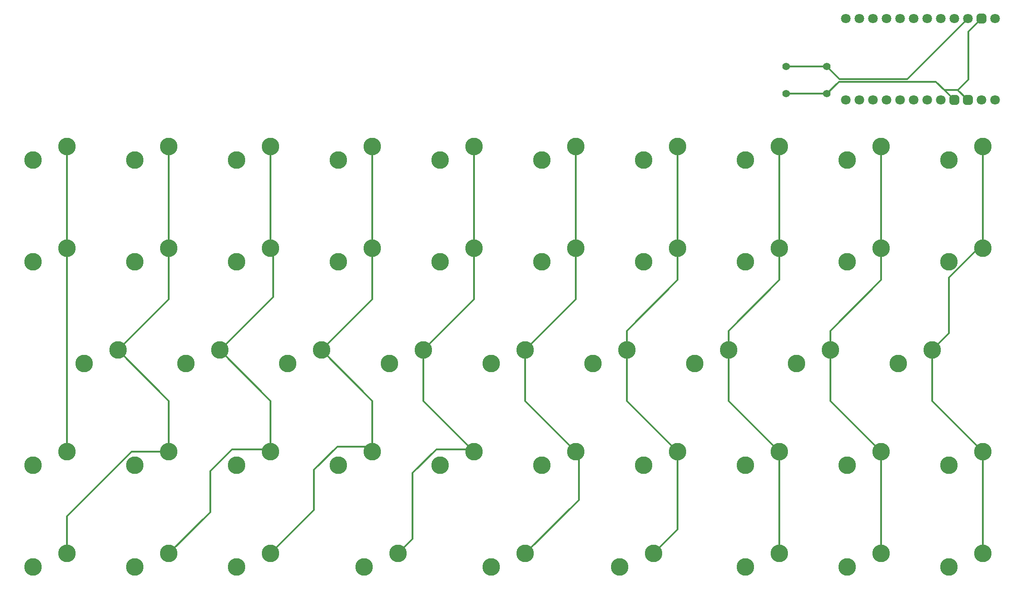
<source format=gbr>
%TF.GenerationSoftware,KiCad,Pcbnew,8.0.6*%
%TF.CreationDate,2024-12-01T20:43:42-07:00*%
%TF.ProjectId,newk-tabesque48,6e65776b-2d74-4616-9265-737175653438,rev?*%
%TF.SameCoordinates,Original*%
%TF.FileFunction,Copper,L1,Top*%
%TF.FilePolarity,Positive*%
%FSLAX46Y46*%
G04 Gerber Fmt 4.6, Leading zero omitted, Abs format (unit mm)*
G04 Created by KiCad (PCBNEW 8.0.6) date 2024-12-01 20:43:42*
%MOMM*%
%LPD*%
G01*
G04 APERTURE LIST*
G04 Aperture macros list*
%AMRoundRect*
0 Rectangle with rounded corners*
0 $1 Rounding radius*
0 $2 $3 $4 $5 $6 $7 $8 $9 X,Y pos of 4 corners*
0 Add a 4 corners polygon primitive as box body*
4,1,4,$2,$3,$4,$5,$6,$7,$8,$9,$2,$3,0*
0 Add four circle primitives for the rounded corners*
1,1,$1+$1,$2,$3*
1,1,$1+$1,$4,$5*
1,1,$1+$1,$6,$7*
1,1,$1+$1,$8,$9*
0 Add four rect primitives between the rounded corners*
20,1,$1+$1,$2,$3,$4,$5,0*
20,1,$1+$1,$4,$5,$6,$7,0*
20,1,$1+$1,$6,$7,$8,$9,0*
20,1,$1+$1,$8,$9,$2,$3,0*%
G04 Aperture macros list end*
%TA.AperFunction,ComponentPad*%
%ADD10C,1.397000*%
%TD*%
%TA.AperFunction,ComponentPad*%
%ADD11C,1.800000*%
%TD*%
%TA.AperFunction,ComponentPad*%
%ADD12RoundRect,0.450000X-0.450000X0.450000X-0.450000X-0.450000X0.450000X-0.450000X0.450000X0.450000X0*%
%TD*%
%TA.AperFunction,ComponentPad*%
%ADD13C,3.300000*%
%TD*%
%TA.AperFunction,Conductor*%
%ADD14C,0.300000*%
%TD*%
G04 APERTURE END LIST*
D10*
%TO.P,SW1,1,1*%
%TO.N,RST*%
X206629000Y-37846000D03*
X214249000Y-37846000D03*
%TO.P,SW1,2,2*%
%TO.N,GND*%
X206629000Y-42926000D03*
X214249000Y-42926000D03*
%TD*%
D11*
%TO.P,U1,1,D3-TX*%
%TO.N,unconnected-(U1-D3-TX-Pad1)*%
X245681500Y-44100750D03*
%TO.P,U1,2,D2-RX*%
%TO.N,unconnected-(U1-D2-RX-Pad2)*%
X243141500Y-44100750D03*
D12*
%TO.P,U1,3,GND*%
%TO.N,GND*%
X240601500Y-44100750D03*
%TO.P,U1,4,GND*%
X238061500Y-44100750D03*
D11*
%TO.P,U1,5,D1*%
%TO.N,/col_tmo*%
X235521500Y-44100750D03*
%TO.P,U1,6,D0*%
%TO.N,/row4*%
X232981500Y-44100750D03*
%TO.P,U1,7,D4*%
%TO.N,/row3*%
X230441500Y-44100750D03*
%TO.P,U1,8,C6*%
%TO.N,/row2*%
X227901500Y-44100750D03*
%TO.P,U1,9,D7*%
%TO.N,/row1*%
X225361500Y-44100750D03*
%TO.P,U1,10,E6*%
%TO.N,/row0*%
X222821500Y-44100750D03*
%TO.P,U1,11,B4*%
%TO.N,/col0*%
X220281500Y-44100750D03*
%TO.P,U1,12,B5*%
%TO.N,/col1*%
X217741500Y-44100750D03*
%TO.P,U1,13,B0*%
%TO.N,unconnected-(U1-B0-Pad13)*%
X245681500Y-28860750D03*
D12*
%TO.P,U1,14,GND*%
%TO.N,GND*%
X243141500Y-28860750D03*
D11*
%TO.P,U1,15,RST*%
%TO.N,RST*%
X240601500Y-28860750D03*
%TO.P,U1,16,VCC*%
%TO.N,VCC*%
X238061500Y-28860750D03*
%TO.P,U1,17,F4*%
%TO.N,/col2*%
X235521500Y-28860750D03*
%TO.P,U1,18,F5*%
%TO.N,/col3*%
X232981500Y-28860750D03*
%TO.P,U1,19,F6*%
%TO.N,/col4*%
X230441500Y-28860750D03*
%TO.P,U1,20,F7*%
%TO.N,/col5*%
X227901500Y-28860750D03*
%TO.P,U1,21,B1*%
%TO.N,/col6*%
X225361500Y-28860750D03*
%TO.P,U1,22,B3*%
%TO.N,/col7*%
X222821500Y-28860750D03*
%TO.P,U1,23,B2*%
%TO.N,/col8*%
X220281500Y-28860750D03*
%TO.P,U1,24,B6*%
%TO.N,/col9*%
X217741500Y-28860750D03*
%TD*%
D13*
%TO.P,MX33,1,1*%
%TO.N,Net-(D33-A)*%
X179959000Y-112522000D03*
%TO.P,MX33,2,2*%
%TO.N,/col3*%
X186309000Y-109982000D03*
%TD*%
%TO.P,MX31,1,1*%
%TO.N,Net-(D31-A)*%
X218059000Y-112522000D03*
%TO.P,MX31,2,2*%
%TO.N,/col1*%
X224409000Y-109982000D03*
%TD*%
%TO.P,MX44,1,1*%
%TO.N,Net-(D44-A)*%
X151384000Y-131572000D03*
%TO.P,MX44,2,2*%
%TO.N,/col4*%
X157734000Y-129032000D03*
%TD*%
%TO.P,MX4,1,1*%
%TO.N,Net-(D4-A)*%
X179959000Y-55372000D03*
%TO.P,MX4,2,2*%
%TO.N,/col3*%
X186309000Y-52832000D03*
%TD*%
%TO.P,MX12,1,1*%
%TO.N,Net-(D12-A)*%
X218059000Y-74422000D03*
%TO.P,MX12,2,2*%
%TO.N,/col1*%
X224409000Y-71882000D03*
%TD*%
%TO.P,MX37,1,1*%
%TO.N,Net-(D37-A)*%
X103759000Y-112522000D03*
%TO.P,MX37,2,2*%
%TO.N,/col7*%
X110109000Y-109982000D03*
%TD*%
%TO.P,MX20,1,1*%
%TO.N,Net-(D20-A)*%
X65659000Y-74422000D03*
%TO.P,MX20,2,2*%
%TO.N,/col9*%
X72009000Y-71882000D03*
%TD*%
%TO.P,MX39,1,1*%
%TO.N,Net-(D39-A)*%
X65659000Y-112522000D03*
%TO.P,MX39,2,2*%
%TO.N,/col9*%
X72009000Y-109982000D03*
%TD*%
%TO.P,MX3,1,1*%
%TO.N,Net-(D3-A)*%
X199009000Y-55372000D03*
%TO.P,MX3,2,2*%
%TO.N,/col2*%
X205359000Y-52832000D03*
%TD*%
%TO.P,MX13,1,1*%
%TO.N,Net-(D13-A)*%
X199009000Y-74422000D03*
%TO.P,MX13,2,2*%
%TO.N,/col2*%
X205359000Y-71882000D03*
%TD*%
%TO.P,MX2,1,1*%
%TO.N,Net-(D2-A)*%
X218059000Y-55372000D03*
%TO.P,MX2,2,2*%
%TO.N,/col1*%
X224409000Y-52832000D03*
%TD*%
%TO.P,MX7,1,1*%
%TO.N,Net-(D7-A)*%
X122809000Y-55372000D03*
%TO.P,MX7,2,2*%
%TO.N,/col6*%
X129159000Y-52832000D03*
%TD*%
%TO.P,MX1,1,1*%
%TO.N,Net-(D1-A)*%
X237109000Y-55372000D03*
%TO.P,MX1,2,2*%
%TO.N,/col0*%
X243459000Y-52832000D03*
%TD*%
%TO.P,MX19,1,1*%
%TO.N,Net-(D19-A)*%
X84709000Y-74422000D03*
%TO.P,MX19,2,2*%
%TO.N,/col8*%
X91059000Y-71882000D03*
%TD*%
%TO.P,MX40,1,1*%
%TO.N,Net-(D40-A)*%
X237109000Y-131572000D03*
%TO.P,MX40,2,2*%
%TO.N,/col0*%
X243459000Y-129032000D03*
%TD*%
%TO.P,MX36,1,1*%
%TO.N,Net-(D36-A)*%
X122809000Y-112522000D03*
%TO.P,MX36,2,2*%
%TO.N,/col6*%
X129159000Y-109982000D03*
%TD*%
%TO.P,MX46,1,1*%
%TO.N,Net-(D46-A)*%
X103759000Y-131572000D03*
%TO.P,MX46,2,2*%
%TO.N,/col6*%
X110109000Y-129032000D03*
%TD*%
%TO.P,MX16,1,1*%
%TO.N,Net-(D16-A)*%
X141859000Y-74422000D03*
%TO.P,MX16,2,2*%
%TO.N,/col5*%
X148209000Y-71882000D03*
%TD*%
%TO.P,MX41,1,1*%
%TO.N,Net-(D41-A)*%
X218059000Y-131572000D03*
%TO.P,MX41,2,2*%
%TO.N,/col1*%
X224409000Y-129032000D03*
%TD*%
%TO.P,MX17,1,1*%
%TO.N,Net-(D17-A)*%
X122809000Y-74422000D03*
%TO.P,MX17,2,2*%
%TO.N,/col6*%
X129159000Y-71882000D03*
%TD*%
%TO.P,MX9,1,1*%
%TO.N,Net-(D9-A)*%
X84709000Y-55372000D03*
%TO.P,MX9,2,2*%
%TO.N,/col8*%
X91059000Y-52832000D03*
%TD*%
%TO.P,MX25,1,1*%
%TO.N,Net-(D25-A)*%
X151384000Y-93472000D03*
%TO.P,MX25,2,2*%
%TO.N,/col4*%
X157734000Y-90932000D03*
%TD*%
%TO.P,MX10,1,1*%
%TO.N,Net-(D10-A)*%
X65659000Y-55372000D03*
%TO.P,MX10,2,2*%
%TO.N,/col9*%
X72009000Y-52832000D03*
%TD*%
%TO.P,MX5,1,1*%
%TO.N,Net-(D5-A)*%
X160909000Y-55372000D03*
%TO.P,MX5,2,2*%
%TO.N,/col4*%
X167259000Y-52832000D03*
%TD*%
%TO.P,MX23,1,1*%
%TO.N,Net-(D23-A)*%
X189484000Y-93472000D03*
%TO.P,MX23,2,2*%
%TO.N,/col2*%
X195834000Y-90932000D03*
%TD*%
%TO.P,MX24,1,1*%
%TO.N,Net-(D24-A)*%
X170434000Y-93472000D03*
%TO.P,MX24,2,2*%
%TO.N,/col3*%
X176784000Y-90932000D03*
%TD*%
%TO.P,MX27,1,1*%
%TO.N,Net-(D27-A)*%
X113284000Y-93472000D03*
%TO.P,MX27,2,2*%
%TO.N,/col6*%
X119634000Y-90932000D03*
%TD*%
%TO.P,MX47,1,1*%
%TO.N,Net-(D47-A)*%
X84709000Y-131572000D03*
%TO.P,MX47,2,2*%
%TO.N,/col7*%
X91059000Y-129032000D03*
%TD*%
%TO.P,MX30,1,1*%
%TO.N,Net-(D30-A)*%
X237109000Y-112522000D03*
%TO.P,MX30,2,2*%
%TO.N,/col0*%
X243459000Y-109982000D03*
%TD*%
%TO.P,MX14,1,1*%
%TO.N,Net-(D14-A)*%
X179959000Y-74422000D03*
%TO.P,MX14,2,2*%
%TO.N,/col3*%
X186309000Y-71882000D03*
%TD*%
%TO.P,MX11,1,1*%
%TO.N,Net-(D11-A)*%
X237109000Y-74422000D03*
%TO.P,MX11,2,2*%
%TO.N,/col0*%
X243459000Y-71882000D03*
%TD*%
%TO.P,MX22,1,1*%
%TO.N,Net-(D22-A)*%
X208534000Y-93472000D03*
%TO.P,MX22,2,2*%
%TO.N,/col1*%
X214884000Y-90932000D03*
%TD*%
%TO.P,MX15,1,1*%
%TO.N,Net-(D15-A)*%
X160909000Y-74422000D03*
%TO.P,MX15,2,2*%
%TO.N,/col4*%
X167259000Y-71882000D03*
%TD*%
%TO.P,MX43,1,1*%
%TO.N,Net-(D43-A)*%
X175434000Y-131572000D03*
%TO.P,MX43,2,2*%
%TO.N,/col3*%
X181784000Y-129032000D03*
%TD*%
%TO.P,MX35,1,1*%
%TO.N,Net-(D35-A)*%
X141859000Y-112522000D03*
%TO.P,MX35,2,2*%
%TO.N,/col5*%
X148209000Y-109982000D03*
%TD*%
%TO.P,MX29,1,1*%
%TO.N,Net-(D29-A)*%
X75184000Y-93472000D03*
%TO.P,MX29,2,2*%
%TO.N,/col8*%
X81534000Y-90932000D03*
%TD*%
%TO.P,MX34,1,1*%
%TO.N,Net-(D34-A)*%
X160909000Y-112522000D03*
%TO.P,MX34,2,2*%
%TO.N,/col4*%
X167259000Y-109982000D03*
%TD*%
%TO.P,MX8,1,1*%
%TO.N,Net-(D8-A)*%
X103759000Y-55372000D03*
%TO.P,MX8,2,2*%
%TO.N,/col7*%
X110109000Y-52832000D03*
%TD*%
%TO.P,MX26,1,1*%
%TO.N,Net-(D26-A)*%
X132334000Y-93472000D03*
%TO.P,MX26,2,2*%
%TO.N,/col5*%
X138684000Y-90932000D03*
%TD*%
%TO.P,MX48,1,1*%
%TO.N,Net-(D48-A)*%
X65659000Y-131572000D03*
%TO.P,MX48,2,2*%
%TO.N,/col8*%
X72009000Y-129032000D03*
%TD*%
%TO.P,MX6,1,1*%
%TO.N,Net-(D6-A)*%
X141859000Y-55372000D03*
%TO.P,MX6,2,2*%
%TO.N,/col5*%
X148209000Y-52832000D03*
%TD*%
%TO.P,MX28,1,1*%
%TO.N,Net-(D28-A)*%
X94234000Y-93472000D03*
%TO.P,MX28,2,2*%
%TO.N,/col7*%
X100584000Y-90932000D03*
%TD*%
%TO.P,MX38,1,1*%
%TO.N,Net-(D38-A)*%
X84709000Y-112522000D03*
%TO.P,MX38,2,2*%
%TO.N,/col8*%
X91059000Y-109982000D03*
%TD*%
%TO.P,MX18,1,1*%
%TO.N,Net-(D18-A)*%
X103759000Y-74422000D03*
%TO.P,MX18,2,2*%
%TO.N,/col7*%
X110109000Y-71882000D03*
%TD*%
%TO.P,MX45,1,1*%
%TO.N,Net-(D45-A)*%
X127571500Y-131572000D03*
%TO.P,MX45,2,2*%
%TO.N,/col5*%
X133921500Y-129032000D03*
%TD*%
%TO.P,MX32,1,1*%
%TO.N,Net-(D32-A)*%
X199009000Y-112522000D03*
%TO.P,MX32,2,2*%
%TO.N,/col2*%
X205359000Y-109982000D03*
%TD*%
%TO.P,MX21,1,1*%
%TO.N,Net-(D21-A)*%
X227584000Y-93472000D03*
%TO.P,MX21,2,2*%
%TO.N,/col0*%
X233934000Y-90932000D03*
%TD*%
%TO.P,MX42,1,1*%
%TO.N,Net-(D42-A)*%
X199009000Y-131572000D03*
%TO.P,MX42,2,2*%
%TO.N,/col2*%
X205359000Y-129032000D03*
%TD*%
D14*
%TO.N,/col0*%
X233934000Y-100457000D02*
X243459000Y-109982000D01*
X237114000Y-77381514D02*
X237114000Y-87752000D01*
X243459000Y-52832000D02*
X243459000Y-71882000D01*
X243459000Y-71882000D02*
X242613514Y-71882000D01*
X237114000Y-87752000D02*
X233934000Y-90932000D01*
X233934000Y-90932000D02*
X233934000Y-100457000D01*
X243459000Y-109982000D02*
X243459000Y-129032000D01*
X242613514Y-71882000D02*
X237114000Y-77381514D01*
%TO.N,/col1*%
X224409000Y-71882000D02*
X224409000Y-77807486D01*
X224409000Y-109982000D02*
X224409000Y-129032000D01*
X224409000Y-52832000D02*
X224409000Y-71882000D01*
X214884000Y-100457000D02*
X224409000Y-109982000D01*
X214884000Y-87332486D02*
X214884000Y-90932000D01*
X214884000Y-90932000D02*
X214884000Y-100457000D01*
X224409000Y-77807486D02*
X214884000Y-87332486D01*
%TO.N,/col2*%
X205359000Y-52832000D02*
X205359000Y-71882000D01*
X195834000Y-90932000D02*
X195834000Y-100457000D01*
X205359000Y-71882000D02*
X205359000Y-77807486D01*
X195834000Y-87332486D02*
X195834000Y-90932000D01*
X195834000Y-100457000D02*
X205359000Y-109982000D01*
X205359000Y-109982000D02*
X205359000Y-129032000D01*
X205359000Y-77807486D02*
X195834000Y-87332486D01*
%TO.N,/col3*%
X186309000Y-71882000D02*
X186309000Y-77807486D01*
X186309000Y-109982000D02*
X186309000Y-124507000D01*
X176784000Y-100457000D02*
X186309000Y-109982000D01*
X176784000Y-87332486D02*
X176784000Y-90932000D01*
X186309000Y-52832000D02*
X186309000Y-71882000D01*
X186309000Y-77807486D02*
X176784000Y-87332486D01*
X186309000Y-124507000D02*
X181784000Y-129032000D01*
X176784000Y-90932000D02*
X176784000Y-100457000D01*
%TO.N,/col4*%
X167259000Y-71882000D02*
X167259000Y-81407000D01*
X167794000Y-110517000D02*
X167794000Y-118972000D01*
X167259000Y-109982000D02*
X167794000Y-110517000D01*
X167794000Y-118972000D02*
X157734000Y-129032000D01*
X157734000Y-100457000D02*
X167259000Y-109982000D01*
X167259000Y-52832000D02*
X167259000Y-71882000D01*
X167259000Y-81407000D02*
X157734000Y-90932000D01*
X157734000Y-90932000D02*
X157734000Y-100457000D01*
%TO.N,/col5*%
X148209000Y-81407000D02*
X138684000Y-90932000D01*
X136694000Y-126259500D02*
X133921500Y-129032000D01*
X138684000Y-90932000D02*
X138684000Y-100457000D01*
X148209000Y-52832000D02*
X148209000Y-71882000D01*
X148209000Y-109982000D02*
X147764000Y-109537000D01*
X138684000Y-100457000D02*
X148209000Y-109982000D01*
X136694000Y-113957000D02*
X136694000Y-126259500D01*
X148209000Y-71882000D02*
X148209000Y-81407000D01*
X141114000Y-109537000D02*
X136694000Y-113957000D01*
X147764000Y-109537000D02*
X141114000Y-109537000D01*
%TO.N,/col6*%
X119634000Y-90932000D02*
X129159000Y-100457000D01*
X129159000Y-109982000D02*
X128184000Y-109007000D01*
X118244000Y-120897000D02*
X110109000Y-129032000D01*
X129159000Y-52832000D02*
X129159000Y-71882000D01*
X118244000Y-113367000D02*
X118244000Y-120897000D01*
X128184000Y-109007000D02*
X122604000Y-109007000D01*
X129159000Y-81407000D02*
X119634000Y-90932000D01*
X122604000Y-109007000D02*
X118244000Y-113367000D01*
X129159000Y-100457000D02*
X129159000Y-109982000D01*
X129159000Y-71882000D02*
X129159000Y-81407000D01*
%TO.N,/col7*%
X109644000Y-109517000D02*
X102914000Y-109517000D01*
X98804000Y-121287000D02*
X91059000Y-129032000D01*
X110109000Y-52832000D02*
X110109000Y-71882000D01*
X102914000Y-109517000D02*
X98804000Y-113627000D01*
X100699000Y-90932000D02*
X100584000Y-90932000D01*
X110109000Y-71882000D02*
X110624000Y-72397000D01*
X110624000Y-72397000D02*
X110624000Y-81007000D01*
X100584000Y-90932000D02*
X110109000Y-100457000D01*
X110624000Y-81007000D02*
X100699000Y-90932000D01*
X110109000Y-109982000D02*
X109644000Y-109517000D01*
X98804000Y-113627000D02*
X98804000Y-121287000D01*
X110109000Y-100457000D02*
X110109000Y-109982000D01*
%TO.N,/col8*%
X91059000Y-81407000D02*
X81534000Y-90932000D01*
X91059000Y-52832000D02*
X91059000Y-71882000D01*
X84074000Y-109982000D02*
X72009000Y-122047000D01*
X81534000Y-90932000D02*
X91059000Y-100457000D01*
X72009000Y-122047000D02*
X72009000Y-129032000D01*
X91059000Y-100457000D02*
X91059000Y-109982000D01*
X91059000Y-109982000D02*
X84074000Y-109982000D01*
X91059000Y-71882000D02*
X91059000Y-81407000D01*
%TO.N,/col9*%
X72009000Y-52832000D02*
X72009000Y-71882000D01*
X72009000Y-71882000D02*
X72009000Y-109982000D01*
%TO.N,RST*%
X214249000Y-37846000D02*
X216550000Y-40147000D01*
X229315250Y-40147000D02*
X240601500Y-28860750D01*
X206629000Y-37846000D02*
X214249000Y-37846000D01*
X216550000Y-40147000D02*
X229315250Y-40147000D01*
%TO.N,GND*%
X238717750Y-42217000D02*
X238744000Y-42217000D01*
X240714000Y-40247000D02*
X240714000Y-31288250D01*
X236188250Y-42227500D02*
X238061500Y-44100750D01*
X236188250Y-42227500D02*
X236198750Y-42217000D01*
X206629000Y-42926000D02*
X214249000Y-42926000D01*
X236198750Y-42217000D02*
X238717750Y-42217000D01*
X216528000Y-40647000D02*
X234607750Y-40647000D01*
X214249000Y-42926000D02*
X216528000Y-40647000D01*
X240714000Y-31288250D02*
X243141500Y-28860750D01*
X238744000Y-42217000D02*
X240714000Y-40247000D01*
X234607750Y-40647000D02*
X236188250Y-42227500D01*
X238717750Y-42217000D02*
X240601500Y-44100750D01*
%TD*%
M02*

</source>
